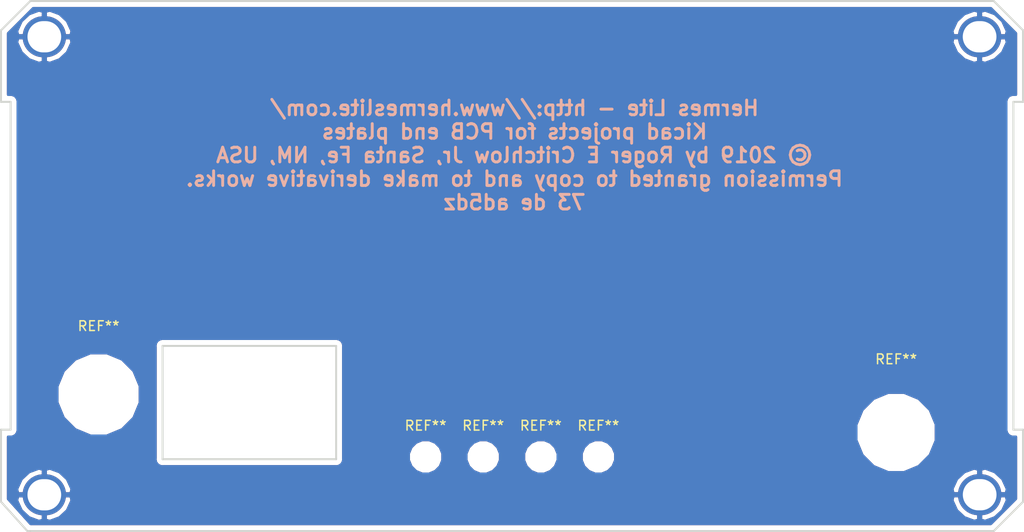
<source format=kicad_pcb>
(kicad_pcb (version 20171130) (host pcbnew 5.0.2+dfsg1-1)

  (general
    (thickness 1.6)
    (drawings 28)
    (tracks 0)
    (zones 0)
    (modules 10)
    (nets 2)
  )

  (page A4)
  (layers
    (0 F.Cu signal)
    (31 B.Cu signal)
    (32 B.Adhes user)
    (33 F.Adhes user)
    (34 B.Paste user)
    (35 F.Paste user)
    (36 B.SilkS user)
    (37 F.SilkS user)
    (38 B.Mask user)
    (39 F.Mask user)
    (40 Dwgs.User user)
    (41 Cmts.User user)
    (42 Eco1.User user)
    (43 Eco2.User user)
    (44 Edge.Cuts user)
    (45 Margin user)
    (46 B.CrtYd user)
    (47 F.CrtYd user)
    (48 B.Fab user)
    (49 F.Fab user)
  )

  (setup
    (last_trace_width 0.25)
    (trace_clearance 0.2)
    (zone_clearance 0.508)
    (zone_45_only no)
    (trace_min 0.2)
    (segment_width 0.2)
    (edge_width 0.2)
    (via_size 0.8)
    (via_drill 0.4)
    (via_min_size 0.4)
    (via_min_drill 0.3)
    (uvia_size 0.3)
    (uvia_drill 0.1)
    (uvias_allowed no)
    (uvia_min_size 0.2)
    (uvia_min_drill 0.1)
    (pcb_text_width 0.3)
    (pcb_text_size 1.5 1.5)
    (mod_edge_width 0.15)
    (mod_text_size 1 1)
    (mod_text_width 0.15)
    (pad_size 4.45 4.2)
    (pad_drill 3.45)
    (pad_to_mask_clearance 0.051)
    (solder_mask_min_width 0.25)
    (aux_axis_origin 0 0)
    (visible_elements FFFFFF7F)
    (pcbplotparams
      (layerselection 0x010fc_ffffffff)
      (usegerberextensions false)
      (usegerberattributes false)
      (usegerberadvancedattributes false)
      (creategerberjobfile false)
      (excludeedgelayer true)
      (linewidth 0.100000)
      (plotframeref false)
      (viasonmask false)
      (mode 1)
      (useauxorigin false)
      (hpglpennumber 1)
      (hpglpenspeed 20)
      (hpglpendiameter 15.000000)
      (psnegative false)
      (psa4output false)
      (plotreference true)
      (plotvalue true)
      (plotinvisibletext false)
      (padsonsilk false)
      (subtractmaskfromsilk false)
      (outputformat 1)
      (mirror false)
      (drillshape 0)
      (scaleselection 1)
      (outputdirectory "gerbers"))
  )

  (net 0 "")
  (net 1 GND)

  (net_class Default "This is the default net class."
    (clearance 0.2)
    (trace_width 0.25)
    (via_dia 0.8)
    (via_drill 0.4)
    (uvia_dia 0.3)
    (uvia_drill 0.1)
    (add_net GND)
  )

  (module MountingHole:MountingHole_2.2mm_M2 (layer F.Cu) (tedit 56D1B4CB) (tstamp 5D34EB43)
    (at 121.6 187.5)
    (descr "Mounting Hole 2.2mm, no annular, M2")
    (tags "mounting hole 2.2mm no annular m2")
    (attr virtual)
    (fp_text reference REF** (at 0 -3.2) (layer F.SilkS)
      (effects (font (size 1 1) (thickness 0.15)))
    )
    (fp_text value MountingHole_2.2mm_M2 (at 0 3.2) (layer F.Fab)
      (effects (font (size 1 1) (thickness 0.15)))
    )
    (fp_text user %R (at 0.3 0) (layer F.Fab)
      (effects (font (size 1 1) (thickness 0.15)))
    )
    (fp_circle (center 0 0) (end 2.2 0) (layer Cmts.User) (width 0.15))
    (fp_circle (center 0 0) (end 2.45 0) (layer F.CrtYd) (width 0.05))
    (pad 1 np_thru_hole circle (at 0 0) (size 2.2 2.2) (drill 2.2) (layers *.Cu *.Mask))
  )

  (module MountingHole:MountingHole_2.2mm_M2 (layer F.Cu) (tedit 56D1B4CB) (tstamp 5D34EB35)
    (at 115.7 187.5)
    (descr "Mounting Hole 2.2mm, no annular, M2")
    (tags "mounting hole 2.2mm no annular m2")
    (attr virtual)
    (fp_text reference REF** (at 0 -3.2) (layer F.SilkS)
      (effects (font (size 1 1) (thickness 0.15)))
    )
    (fp_text value MountingHole_2.2mm_M2 (at 0 3.2) (layer F.Fab)
      (effects (font (size 1 1) (thickness 0.15)))
    )
    (fp_circle (center 0 0) (end 2.45 0) (layer F.CrtYd) (width 0.05))
    (fp_circle (center 0 0) (end 2.2 0) (layer Cmts.User) (width 0.15))
    (fp_text user %R (at 0.3 0) (layer F.Fab)
      (effects (font (size 1 1) (thickness 0.15)))
    )
    (pad 1 np_thru_hole circle (at 0 0) (size 2.2 2.2) (drill 2.2) (layers *.Cu *.Mask))
  )

  (module MountingHole:MountingHole_2.2mm_M2 (layer F.Cu) (tedit 56D1B4CB) (tstamp 5D34EB27)
    (at 109.8 187.5)
    (descr "Mounting Hole 2.2mm, no annular, M2")
    (tags "mounting hole 2.2mm no annular m2")
    (attr virtual)
    (fp_text reference REF** (at 0 -3.2) (layer F.SilkS)
      (effects (font (size 1 1) (thickness 0.15)))
    )
    (fp_text value MountingHole_2.2mm_M2 (at 0 3.2) (layer F.Fab)
      (effects (font (size 1 1) (thickness 0.15)))
    )
    (fp_text user %R (at 0.3 0) (layer F.Fab)
      (effects (font (size 1 1) (thickness 0.15)))
    )
    (fp_circle (center 0 0) (end 2.2 0) (layer Cmts.User) (width 0.15))
    (fp_circle (center 0 0) (end 2.45 0) (layer F.CrtYd) (width 0.05))
    (pad 1 np_thru_hole circle (at 0 0) (size 2.2 2.2) (drill 2.2) (layers *.Cu *.Mask))
  )

  (module hl2-panel:Oval_Mounting_Hole (layer F.Cu) (tedit 5D33CC53) (tstamp 5D3E00FC)
    (at 64.837664 144.461404)
    (path /5D313F4C)
    (fp_text reference H1 (at 0 0.5) (layer F.SilkS)
      (effects (font (size 1 1) (thickness 0.15)))
    )
    (fp_text value MountingHole_Pad (at 0 -0.5) (layer F.Fab) hide
      (effects (font (size 1 1) (thickness 0.15)))
    )
    (pad 1 thru_hole oval (at 0 0) (size 4.45 4.2) (drill oval 3.45 3.2) (layers *.Cu *.Mask)
      (net 1 GND))
  )

  (module hl2-panel:Oval_Mounting_Hole (layer F.Cu) (tedit 5D34EC48) (tstamp 5D3E0108)
    (at 64.835847 191.382711)
    (path /5D313FA0)
    (fp_text reference H4 (at 0 0.5) (layer F.SilkS)
      (effects (font (size 1 1) (thickness 0.15)))
    )
    (fp_text value MountingHole_Pad (at 0 -0.5) (layer F.Fab) hide
      (effects (font (size 1 1) (thickness 0.15)))
    )
    (pad 1 thru_hole oval (at 0 0) (size 4.45 4.2) (drill oval 3.45 3.2) (layers *.Cu *.Mask)
      (net 1 GND))
  )

  (module hl2-panel:Oval_Mounting_Hole (layer F.Cu) (tedit 5D33CC53) (tstamp 5D3E0104)
    (at 160.655625 191.376298)
    (path /5D313F82)
    (fp_text reference H3 (at 0 0.5) (layer F.SilkS)
      (effects (font (size 1 1) (thickness 0.15)))
    )
    (fp_text value MountingHole_Pad (at 0 -0.5) (layer F.Fab) hide
      (effects (font (size 1 1) (thickness 0.15)))
    )
    (pad 1 thru_hole oval (at 0 0) (size 4.45 4.2) (drill oval 3.45 3.2) (layers *.Cu *.Mask)
      (net 1 GND))
  )

  (module hl2-panel:Oval_Mounting_Hole (layer F.Cu) (tedit 5D33CC53) (tstamp 5D3E0100)
    (at 160.649213 144.459694)
    (path /5D313F66)
    (fp_text reference H2 (at 0 0.5) (layer F.SilkS)
      (effects (font (size 1 1) (thickness 0.15)))
    )
    (fp_text value MountingHole_Pad (at 0 -0.5) (layer F.Fab) hide
      (effects (font (size 1 1) (thickness 0.15)))
    )
    (pad 1 thru_hole oval (at 0 0) (size 4.45 4.2) (drill oval 3.45 3.2) (layers *.Cu *.Mask)
      (net 1 GND))
  )

  (module MountingHole:MountingHole_6mm (layer F.Cu) (tedit 5D34E6FB) (tstamp 5D34EA69)
    (at 70.4 181.1)
    (descr "Mounting Hole 6mm, no annular")
    (tags "mounting hole 6mm no annular")
    (attr virtual)
    (fp_text reference REF** (at 0 -7) (layer F.SilkS)
      (effects (font (size 1 1) (thickness 0.15)))
    )
    (fp_text value MountingHole_6mm (at 0 7) (layer F.Fab)
      (effects (font (size 1 1) (thickness 0.15)))
    )
    (fp_circle (center 0 0) (end 6.25 0) (layer F.CrtYd) (width 0.05))
    (fp_circle (center 0 0) (end 6 0) (layer Cmts.User) (width 0.15))
    (fp_text user %R (at 0.3 0) (layer F.Fab)
      (effects (font (size 1 1) (thickness 0.15)))
    )
    (pad "" np_thru_hole circle (at 0 0) (size 7.2 7.2) (drill 7.2) (layers *.Cu *.Mask))
  )

  (module MountingHole:MountingHole_2.2mm_M2 (layer F.Cu) (tedit 56D1B4CB) (tstamp 5D34EAB0)
    (at 103.9 187.5)
    (descr "Mounting Hole 2.2mm, no annular, M2")
    (tags "mounting hole 2.2mm no annular m2")
    (attr virtual)
    (fp_text reference REF** (at 0 -3.2) (layer F.SilkS)
      (effects (font (size 1 1) (thickness 0.15)))
    )
    (fp_text value MountingHole_2.2mm_M2 (at 0 3.2) (layer F.Fab)
      (effects (font (size 1 1) (thickness 0.15)))
    )
    (fp_circle (center 0 0) (end 2.45 0) (layer F.CrtYd) (width 0.05))
    (fp_circle (center 0 0) (end 2.2 0) (layer Cmts.User) (width 0.15))
    (fp_text user %R (at 0.3 0) (layer F.Fab)
      (effects (font (size 1 1) (thickness 0.15)))
    )
    (pad 1 np_thru_hole circle (at 0 0) (size 2.2 2.2) (drill 2.2) (layers *.Cu *.Mask))
  )

  (module MountingHole:MountingHole_6.5mm (layer F.Cu) (tedit 5D34E9C2) (tstamp 5D34EB8E)
    (at 152.1 185)
    (descr "Mounting Hole 6.5mm, no annular")
    (tags "mounting hole 6.5mm no annular")
    (attr virtual)
    (fp_text reference REF** (at 0 -7.5) (layer F.SilkS)
      (effects (font (size 1 1) (thickness 0.15)))
    )
    (fp_text value MountingHole_6.5mm (at 0 7.5) (layer F.Fab)
      (effects (font (size 1 1) (thickness 0.15)))
    )
    (fp_circle (center 0 0) (end 6.75 0) (layer F.CrtYd) (width 0.05))
    (fp_circle (center 0 0) (end 6.5 0) (layer Cmts.User) (width 0.15))
    (fp_text user %R (at 0.3 0) (layer F.Fab)
      (effects (font (size 1 1) (thickness 0.15)))
    )
    (pad "" np_thru_hole circle (at 0 0) (size 6.9 6.9) (drill 6.9) (layers *.Cu *.Mask))
  )

  (gr_text "Hermes Lite - http://www.hermeslite.com/\nKicad projects for PCB end plates\n© 2019 by Roger E Critchlow Jr, Santa Fe, NM, USA\nPermission granted to copy and to make derivative works.\n73 de ad5dz" (at 113 156.6) (layer B.SilkS)
    (effects (font (size 1.5 1.5) (thickness 0.3)) (justify mirror))
  )
  (gr_line (start 116.710388 187.468348) (end 116.710388 187.468348) (layer Dwgs.User) (width 0.2))
  (gr_line (start 116.710388 187.468348) (end 116.710388 187.468348) (layer Dwgs.User) (width 0.2))
  (gr_line (start 76.952334 187.739969) (end 76.952334 187.739969) (layer Dwgs.User) (width 0.2))
  (gr_line (start 94.732331 187.739969) (end 76.952334 187.739969) (layer Edge.Cuts) (width 0.2))
  (gr_line (start 94.732331 176.133591) (end 94.732331 187.739969) (layer Edge.Cuts) (width 0.2))
  (gr_line (start 76.952334 176.133591) (end 94.732331 176.133591) (layer Edge.Cuts) (width 0.2))
  (gr_line (start 76.952334 187.739969) (end 76.952334 176.133591) (layer Edge.Cuts) (width 0.2))
  (gr_line (start 60.407054 140.795841) (end 60.407054 140.795841) (layer Dwgs.User) (width 0.2))
  (gr_line (start 63.4 195.1) (end 63.1 195.1) (layer Edge.Cuts) (width 0.2))
  (gr_line (start 60.4 192.1) (end 63.1 195.1) (layer Edge.Cuts) (width 0.2))
  (gr_line (start 63.4 195.1) (end 162.1 195.1) (layer Edge.Cuts) (width 0.2) (tstamp 5D34D9BA))
  (gr_line (start 162.1 195.1) (end 165.1 192.1) (layer Edge.Cuts) (width 0.2))
  (gr_line (start 165.1 192.1) (end 165.1 184.714296) (layer Edge.Cuts) (width 0.2) (tstamp 5D34D91B))
  (gr_line (start 162.1 140.8) (end 165.1 143.8) (layer Edge.Cuts) (width 0.2))
  (gr_line (start 162.1 140.8) (end 63.6 140.8) (layer Edge.Cuts) (width 0.2) (tstamp 5D34D7BC))
  (gr_line (start 165.1 143.8) (end 165.1 143.8) (layer Edge.Cuts) (width 0.2) (tstamp 5D34D7A7))
  (gr_line (start 63.6 140.8) (end 63.4 140.8) (layer Edge.Cuts) (width 0.2))
  (gr_line (start 60.4 143.8) (end 63.4 140.8) (layer Edge.Cuts) (width 0.2))
  (gr_line (start 60.395554 143.8) (end 60.395554 151.13) (layer Edge.Cuts) (width 0.2) (tstamp 5D34D5E8))
  (gr_line (start 60.395554 184.714296) (end 60.395554 192.1) (layer Edge.Cuts) (width 0.2))
  (gr_line (start 61.383334 184.71438) (end 60.395554 184.714296) (layer Edge.Cuts) (width 0.2))
  (gr_line (start 61.383334 151.12992) (end 61.383334 184.71438) (layer Edge.Cuts) (width 0.2))
  (gr_line (start 60.395554 151.13) (end 61.383334 151.12992) (layer Edge.Cuts) (width 0.2))
  (gr_line (start 164.11222 151.12992) (end 165.1 151.13) (layer Edge.Cuts) (width 0.2))
  (gr_line (start 164.11222 184.71438) (end 164.11222 151.12992) (layer Edge.Cuts) (width 0.2))
  (gr_line (start 165.1 184.714296) (end 164.11222 184.71438) (layer Edge.Cuts) (width 0.2))
  (gr_line (start 165.1 151.13) (end 165.1 143.8) (layer Edge.Cuts) (width 0.2))

  (zone (net 1) (net_name GND) (layer F.Cu) (tstamp 5D370E8C) (hatch edge 0.508)
    (connect_pads (clearance 0.508))
    (min_thickness 0.254)
    (fill yes (arc_segments 16) (thermal_gap 0.508) (thermal_bridge_width 0.508))
    (polygon
      (pts
        (xy 63.7 141.2) (xy 162 141.1) (xy 164.8 143.9) (xy 164.8 150.8) (xy 163.8 150.8)
        (xy 163.8 185) (xy 164.8 185) (xy 164.8 192) (xy 162 194.8) (xy 63.2 194.8)
        (xy 60.7 192) (xy 60.7 185) (xy 61.7 185) (xy 61.7 150.8) (xy 60.7 150.8)
        (xy 60.7 143.9) (xy 63.4 141.2)
      )
    )
    (polygon
      (pts
        (xy 76.7 175.9) (xy 95 175.9) (xy 95 188) (xy 76.7 188)
      )
    )
    (filled_polygon
      (pts
        (xy 164.365001 144.104448) (xy 164.365 150.394941) (xy 164.184642 150.394927) (xy 164.11222 150.380521) (xy 163.960774 150.410646)
        (xy 163.825494 150.437543) (xy 163.825469 150.43756) (xy 163.825438 150.437566) (xy 163.701861 150.520137) (xy 163.582358 150.599973)
        (xy 163.582341 150.599998) (xy 163.582316 150.600015) (xy 163.502504 150.719463) (xy 163.41989 150.843081) (xy 163.419884 150.843112)
        (xy 163.419867 150.843137) (xy 163.391528 150.985607) (xy 163.362822 151.12986) (xy 163.377221 151.202279) (xy 163.37722 184.642027)
        (xy 163.362822 184.714443) (xy 163.38969 184.849457) (xy 163.419866 185.001162) (xy 163.419885 185.00119) (xy 163.419891 185.001221)
        (xy 163.497086 185.11673) (xy 163.582315 185.244285) (xy 163.582344 185.244304) (xy 163.582361 185.24433) (xy 163.699183 185.322374)
        (xy 163.825437 185.406734) (xy 163.82547 185.406741) (xy 163.825496 185.406758) (xy 163.965004 185.434496) (xy 164.11222 185.463779)
        (xy 164.18464 185.449374) (xy 164.365001 185.449358) (xy 164.365 191.795553) (xy 161.795554 194.365) (xy 63.427342 194.365)
        (xy 61.240822 191.935534) (xy 62.0323 191.935534) (xy 62.050994 192.019229) (xy 62.497048 192.988659) (xy 63.280133 193.713598)
        (xy 64.281031 194.08368) (xy 64.708847 193.958915) (xy 64.708847 191.509711) (xy 64.962847 191.509711) (xy 64.962847 193.958915)
        (xy 65.390663 194.08368) (xy 66.391561 193.713598) (xy 67.174646 192.988659) (xy 67.6207 192.019229) (xy 67.639394 191.935534)
        (xy 67.637807 191.929121) (xy 157.852078 191.929121) (xy 157.870772 192.012816) (xy 158.316826 192.982246) (xy 159.099911 193.707185)
        (xy 160.100809 194.077267) (xy 160.528625 193.952502) (xy 160.528625 191.503298) (xy 160.782625 191.503298) (xy 160.782625 193.952502)
        (xy 161.210441 194.077267) (xy 162.211339 193.707185) (xy 162.994424 192.982246) (xy 163.440478 192.012816) (xy 163.459172 191.929121)
        (xy 163.353743 191.503298) (xy 160.782625 191.503298) (xy 160.528625 191.503298) (xy 157.957507 191.503298) (xy 157.852078 191.929121)
        (xy 67.637807 191.929121) (xy 67.533965 191.509711) (xy 64.962847 191.509711) (xy 64.708847 191.509711) (xy 62.137729 191.509711)
        (xy 62.0323 191.935534) (xy 61.240822 191.935534) (xy 61.130554 191.813015) (xy 61.130554 190.829888) (xy 62.0323 190.829888)
        (xy 62.137729 191.255711) (xy 64.708847 191.255711) (xy 64.708847 188.806507) (xy 64.962847 188.806507) (xy 64.962847 191.255711)
        (xy 67.533965 191.255711) (xy 67.639394 190.829888) (xy 67.637962 190.823475) (xy 157.852078 190.823475) (xy 157.957507 191.249298)
        (xy 160.528625 191.249298) (xy 160.528625 188.800094) (xy 160.782625 188.800094) (xy 160.782625 191.249298) (xy 163.353743 191.249298)
        (xy 163.459172 190.823475) (xy 163.440478 190.73978) (xy 162.994424 189.77035) (xy 162.211339 189.045411) (xy 161.210441 188.675329)
        (xy 160.782625 188.800094) (xy 160.528625 188.800094) (xy 160.100809 188.675329) (xy 159.099911 189.045411) (xy 158.316826 189.77035)
        (xy 157.870772 190.73978) (xy 157.852078 190.823475) (xy 67.637962 190.823475) (xy 67.6207 190.746193) (xy 67.174646 189.776763)
        (xy 66.391561 189.051824) (xy 65.390663 188.681742) (xy 64.962847 188.806507) (xy 64.708847 188.806507) (xy 64.281031 188.681742)
        (xy 63.280133 189.051824) (xy 62.497048 189.776763) (xy 62.050994 190.746193) (xy 62.0323 190.829888) (xy 61.130554 190.829888)
        (xy 61.130554 185.449358) (xy 61.310914 185.449374) (xy 61.383334 185.463779) (xy 61.53055 185.434496) (xy 61.670058 185.406758)
        (xy 61.670084 185.406741) (xy 61.670117 185.406734) (xy 61.796371 185.322374) (xy 61.913193 185.24433) (xy 61.91321 185.244304)
        (xy 61.913239 185.244285) (xy 62.000387 185.113859) (xy 62.075663 185.001221) (xy 62.075669 185.001192) (xy 62.075688 185.001163)
        (xy 62.106317 184.847181) (xy 62.132732 184.714443) (xy 62.118334 184.642027) (xy 62.118334 180.257606) (xy 66.165 180.257606)
        (xy 66.165 181.942394) (xy 66.80974 183.498935) (xy 68.001065 184.69026) (xy 69.557606 185.335) (xy 71.242394 185.335)
        (xy 72.798935 184.69026) (xy 73.99026 183.498935) (xy 74.635 181.942394) (xy 74.635 180.257606) (xy 73.99026 178.701065)
        (xy 72.798935 177.50974) (xy 71.242394 176.865) (xy 69.557606 176.865) (xy 68.001065 177.50974) (xy 66.80974 178.701065)
        (xy 66.165 180.257606) (xy 62.118334 180.257606) (xy 62.118334 176.133591) (xy 76.202935 176.133591) (xy 76.217335 176.205984)
        (xy 76.217334 187.667581) (xy 76.202935 187.739969) (xy 76.25998 188.026752) (xy 76.422429 188.269874) (xy 76.665551 188.432323)
        (xy 76.952334 188.489368) (xy 77.024722 188.474969) (xy 94.659943 188.474969) (xy 94.732331 188.489368) (xy 94.804719 188.474969)
        (xy 94.864409 188.463096) (xy 95.019114 188.432323) (xy 95.262236 188.269874) (xy 95.424685 188.026752) (xy 95.467331 187.812357)
        (xy 95.467331 187.812356) (xy 95.48173 187.739969) (xy 95.467331 187.667581) (xy 95.467331 187.154887) (xy 102.165 187.154887)
        (xy 102.165 187.845113) (xy 102.429138 188.482799) (xy 102.917201 188.970862) (xy 103.554887 189.235) (xy 104.245113 189.235)
        (xy 104.882799 188.970862) (xy 105.370862 188.482799) (xy 105.635 187.845113) (xy 105.635 187.154887) (xy 108.065 187.154887)
        (xy 108.065 187.845113) (xy 108.329138 188.482799) (xy 108.817201 188.970862) (xy 109.454887 189.235) (xy 110.145113 189.235)
        (xy 110.782799 188.970862) (xy 111.270862 188.482799) (xy 111.535 187.845113) (xy 111.535 187.154887) (xy 113.965 187.154887)
        (xy 113.965 187.845113) (xy 114.229138 188.482799) (xy 114.717201 188.970862) (xy 115.354887 189.235) (xy 116.045113 189.235)
        (xy 116.682799 188.970862) (xy 117.170862 188.482799) (xy 117.435 187.845113) (xy 117.435 187.154887) (xy 119.865 187.154887)
        (xy 119.865 187.845113) (xy 120.129138 188.482799) (xy 120.617201 188.970862) (xy 121.254887 189.235) (xy 121.945113 189.235)
        (xy 122.582799 188.970862) (xy 123.070862 188.482799) (xy 123.335 187.845113) (xy 123.335 187.154887) (xy 123.070862 186.517201)
        (xy 122.582799 186.029138) (xy 121.945113 185.765) (xy 121.254887 185.765) (xy 120.617201 186.029138) (xy 120.129138 186.517201)
        (xy 119.865 187.154887) (xy 117.435 187.154887) (xy 117.170862 186.517201) (xy 116.682799 186.029138) (xy 116.045113 185.765)
        (xy 115.354887 185.765) (xy 114.717201 186.029138) (xy 114.229138 186.517201) (xy 113.965 187.154887) (xy 111.535 187.154887)
        (xy 111.270862 186.517201) (xy 110.782799 186.029138) (xy 110.145113 185.765) (xy 109.454887 185.765) (xy 108.817201 186.029138)
        (xy 108.329138 186.517201) (xy 108.065 187.154887) (xy 105.635 187.154887) (xy 105.370862 186.517201) (xy 104.882799 186.029138)
        (xy 104.245113 185.765) (xy 103.554887 185.765) (xy 102.917201 186.029138) (xy 102.429138 186.517201) (xy 102.165 187.154887)
        (xy 95.467331 187.154887) (xy 95.467331 184.187443) (xy 148.015 184.187443) (xy 148.015 185.812557) (xy 148.636904 187.313967)
        (xy 149.786033 188.463096) (xy 151.287443 189.085) (xy 152.912557 189.085) (xy 154.413967 188.463096) (xy 155.563096 187.313967)
        (xy 156.185 185.812557) (xy 156.185 184.187443) (xy 155.563096 182.686033) (xy 154.413967 181.536904) (xy 152.912557 180.915)
        (xy 151.287443 180.915) (xy 149.786033 181.536904) (xy 148.636904 182.686033) (xy 148.015 184.187443) (xy 95.467331 184.187443)
        (xy 95.467331 176.205979) (xy 95.48173 176.133591) (xy 95.424685 175.846808) (xy 95.262236 175.603686) (xy 95.019114 175.441237)
        (xy 94.804719 175.398591) (xy 94.732331 175.384192) (xy 94.659943 175.398591) (xy 77.024722 175.398591) (xy 76.952334 175.384192)
        (xy 76.879946 175.398591) (xy 76.665551 175.441237) (xy 76.422429 175.603686) (xy 76.25998 175.846808) (xy 76.202935 176.133591)
        (xy 62.118334 176.133591) (xy 62.118334 151.202274) (xy 62.132732 151.12986) (xy 62.106417 150.997624) (xy 62.075688 150.843137)
        (xy 62.07567 150.84311) (xy 62.075664 150.843081) (xy 61.99878 150.728037) (xy 61.913239 150.600015) (xy 61.913212 150.599997)
        (xy 61.913196 150.599973) (xy 61.796675 150.52213) (xy 61.670116 150.437566) (xy 61.670085 150.43756) (xy 61.67006 150.437543)
        (xy 61.53478 150.410646) (xy 61.383334 150.380521) (xy 61.310912 150.394927) (xy 61.130554 150.394941) (xy 61.130554 145.014227)
        (xy 62.034117 145.014227) (xy 62.052811 145.097922) (xy 62.498865 146.067352) (xy 63.28195 146.792291) (xy 64.282848 147.162373)
        (xy 64.710664 147.037608) (xy 64.710664 144.588404) (xy 64.964664 144.588404) (xy 64.964664 147.037608) (xy 65.39248 147.162373)
        (xy 66.393378 146.792291) (xy 67.176463 146.067352) (xy 67.622517 145.097922) (xy 67.641211 145.014227) (xy 67.640788 145.012517)
        (xy 157.845666 145.012517) (xy 157.86436 145.096212) (xy 158.310414 146.065642) (xy 159.093499 146.790581) (xy 160.094397 147.160663)
        (xy 160.522213 147.035898) (xy 160.522213 144.586694) (xy 160.776213 144.586694) (xy 160.776213 147.035898) (xy 161.204029 147.160663)
        (xy 162.204927 146.790581) (xy 162.988012 146.065642) (xy 163.434066 145.096212) (xy 163.45276 145.012517) (xy 163.347331 144.586694)
        (xy 160.776213 144.586694) (xy 160.522213 144.586694) (xy 157.951095 144.586694) (xy 157.845666 145.012517) (xy 67.640788 145.012517)
        (xy 67.535782 144.588404) (xy 64.964664 144.588404) (xy 64.710664 144.588404) (xy 62.139546 144.588404) (xy 62.034117 145.014227)
        (xy 61.130554 145.014227) (xy 61.130554 144.108892) (xy 61.330865 143.908581) (xy 62.034117 143.908581) (xy 62.139546 144.334404)
        (xy 64.710664 144.334404) (xy 64.710664 141.8852) (xy 64.964664 141.8852) (xy 64.964664 144.334404) (xy 67.535782 144.334404)
        (xy 67.641211 143.908581) (xy 67.64083 143.906871) (xy 157.845666 143.906871) (xy 157.951095 144.332694) (xy 160.522213 144.332694)
        (xy 160.522213 141.88349) (xy 160.776213 141.88349) (xy 160.776213 144.332694) (xy 163.347331 144.332694) (xy 163.45276 143.906871)
        (xy 163.434066 143.823176) (xy 162.988012 142.853746) (xy 162.204927 142.128807) (xy 161.204029 141.758725) (xy 160.776213 141.88349)
        (xy 160.522213 141.88349) (xy 160.094397 141.758725) (xy 159.093499 142.128807) (xy 158.310414 142.853746) (xy 157.86436 143.823176)
        (xy 157.845666 143.906871) (xy 67.64083 143.906871) (xy 67.622517 143.824886) (xy 67.176463 142.855456) (xy 66.393378 142.130517)
        (xy 65.39248 141.760435) (xy 64.964664 141.8852) (xy 64.710664 141.8852) (xy 64.282848 141.760435) (xy 63.28195 142.130517)
        (xy 62.498865 142.855456) (xy 62.052811 143.824886) (xy 62.034117 143.908581) (xy 61.330865 143.908581) (xy 63.704447 141.535)
        (xy 161.795554 141.535)
      )
    )
  )
  (zone (net 1) (net_name GND) (layer B.Cu) (tstamp 5D370E89) (hatch edge 0.508)
    (connect_pads (clearance 0.508))
    (min_thickness 0.254)
    (fill yes (arc_segments 16) (thermal_gap 0.508) (thermal_bridge_width 0.508))
    (polygon
      (pts
        (xy 63.7 141.2) (xy 162 141.1) (xy 164.8 143.9) (xy 164.8 150.8) (xy 163.8 150.8)
        (xy 163.8 185) (xy 164.8 185) (xy 164.8 192) (xy 162 194.8) (xy 63.2 194.8)
        (xy 60.7 192) (xy 60.7 185) (xy 61.7 185) (xy 61.7 150.8) (xy 60.7 150.8)
        (xy 60.7 143.9) (xy 63.4 141.2)
      )
    )
    (polygon
      (pts
        (xy 76.7 175.9) (xy 95 175.9) (xy 95 188) (xy 76.7 188)
      )
    )
    (filled_polygon
      (pts
        (xy 164.365001 144.104448) (xy 164.365 150.394941) (xy 164.184642 150.394927) (xy 164.11222 150.380521) (xy 163.960774 150.410646)
        (xy 163.825494 150.437543) (xy 163.825469 150.43756) (xy 163.825438 150.437566) (xy 163.701861 150.520137) (xy 163.582358 150.599973)
        (xy 163.582341 150.599998) (xy 163.582316 150.600015) (xy 163.502504 150.719463) (xy 163.41989 150.843081) (xy 163.419884 150.843112)
        (xy 163.419867 150.843137) (xy 163.391528 150.985607) (xy 163.362822 151.12986) (xy 163.377221 151.202279) (xy 163.37722 184.642027)
        (xy 163.362822 184.714443) (xy 163.38969 184.849457) (xy 163.419866 185.001162) (xy 163.419885 185.00119) (xy 163.419891 185.001221)
        (xy 163.497086 185.11673) (xy 163.582315 185.244285) (xy 163.582344 185.244304) (xy 163.582361 185.24433) (xy 163.699183 185.322374)
        (xy 163.825437 185.406734) (xy 163.82547 185.406741) (xy 163.825496 185.406758) (xy 163.965004 185.434496) (xy 164.11222 185.463779)
        (xy 164.18464 185.449374) (xy 164.365001 185.449358) (xy 164.365 191.795553) (xy 161.795554 194.365) (xy 63.427342 194.365)
        (xy 61.240822 191.935534) (xy 62.0323 191.935534) (xy 62.050994 192.019229) (xy 62.497048 192.988659) (xy 63.280133 193.713598)
        (xy 64.281031 194.08368) (xy 64.708847 193.958915) (xy 64.708847 191.509711) (xy 64.962847 191.509711) (xy 64.962847 193.958915)
        (xy 65.390663 194.08368) (xy 66.391561 193.713598) (xy 67.174646 192.988659) (xy 67.6207 192.019229) (xy 67.639394 191.935534)
        (xy 67.637807 191.929121) (xy 157.852078 191.929121) (xy 157.870772 192.012816) (xy 158.316826 192.982246) (xy 159.099911 193.707185)
        (xy 160.100809 194.077267) (xy 160.528625 193.952502) (xy 160.528625 191.503298) (xy 160.782625 191.503298) (xy 160.782625 193.952502)
        (xy 161.210441 194.077267) (xy 162.211339 193.707185) (xy 162.994424 192.982246) (xy 163.440478 192.012816) (xy 163.459172 191.929121)
        (xy 163.353743 191.503298) (xy 160.782625 191.503298) (xy 160.528625 191.503298) (xy 157.957507 191.503298) (xy 157.852078 191.929121)
        (xy 67.637807 191.929121) (xy 67.533965 191.509711) (xy 64.962847 191.509711) (xy 64.708847 191.509711) (xy 62.137729 191.509711)
        (xy 62.0323 191.935534) (xy 61.240822 191.935534) (xy 61.130554 191.813015) (xy 61.130554 190.829888) (xy 62.0323 190.829888)
        (xy 62.137729 191.255711) (xy 64.708847 191.255711) (xy 64.708847 188.806507) (xy 64.962847 188.806507) (xy 64.962847 191.255711)
        (xy 67.533965 191.255711) (xy 67.639394 190.829888) (xy 67.637962 190.823475) (xy 157.852078 190.823475) (xy 157.957507 191.249298)
        (xy 160.528625 191.249298) (xy 160.528625 188.800094) (xy 160.782625 188.800094) (xy 160.782625 191.249298) (xy 163.353743 191.249298)
        (xy 163.459172 190.823475) (xy 163.440478 190.73978) (xy 162.994424 189.77035) (xy 162.211339 189.045411) (xy 161.210441 188.675329)
        (xy 160.782625 188.800094) (xy 160.528625 188.800094) (xy 160.100809 188.675329) (xy 159.099911 189.045411) (xy 158.316826 189.77035)
        (xy 157.870772 190.73978) (xy 157.852078 190.823475) (xy 67.637962 190.823475) (xy 67.6207 190.746193) (xy 67.174646 189.776763)
        (xy 66.391561 189.051824) (xy 65.390663 188.681742) (xy 64.962847 188.806507) (xy 64.708847 188.806507) (xy 64.281031 188.681742)
        (xy 63.280133 189.051824) (xy 62.497048 189.776763) (xy 62.050994 190.746193) (xy 62.0323 190.829888) (xy 61.130554 190.829888)
        (xy 61.130554 185.449358) (xy 61.310914 185.449374) (xy 61.383334 185.463779) (xy 61.53055 185.434496) (xy 61.670058 185.406758)
        (xy 61.670084 185.406741) (xy 61.670117 185.406734) (xy 61.796371 185.322374) (xy 61.913193 185.24433) (xy 61.91321 185.244304)
        (xy 61.913239 185.244285) (xy 62.000387 185.113859) (xy 62.075663 185.001221) (xy 62.075669 185.001192) (xy 62.075688 185.001163)
        (xy 62.106317 184.847181) (xy 62.132732 184.714443) (xy 62.118334 184.642027) (xy 62.118334 180.257606) (xy 66.165 180.257606)
        (xy 66.165 181.942394) (xy 66.80974 183.498935) (xy 68.001065 184.69026) (xy 69.557606 185.335) (xy 71.242394 185.335)
        (xy 72.798935 184.69026) (xy 73.99026 183.498935) (xy 74.635 181.942394) (xy 74.635 180.257606) (xy 73.99026 178.701065)
        (xy 72.798935 177.50974) (xy 71.242394 176.865) (xy 69.557606 176.865) (xy 68.001065 177.50974) (xy 66.80974 178.701065)
        (xy 66.165 180.257606) (xy 62.118334 180.257606) (xy 62.118334 176.133591) (xy 76.202935 176.133591) (xy 76.217335 176.205984)
        (xy 76.217334 187.667581) (xy 76.202935 187.739969) (xy 76.25998 188.026752) (xy 76.422429 188.269874) (xy 76.665551 188.432323)
        (xy 76.952334 188.489368) (xy 77.024722 188.474969) (xy 94.659943 188.474969) (xy 94.732331 188.489368) (xy 94.804719 188.474969)
        (xy 94.864409 188.463096) (xy 95.019114 188.432323) (xy 95.262236 188.269874) (xy 95.424685 188.026752) (xy 95.467331 187.812357)
        (xy 95.467331 187.812356) (xy 95.48173 187.739969) (xy 95.467331 187.667581) (xy 95.467331 187.154887) (xy 102.165 187.154887)
        (xy 102.165 187.845113) (xy 102.429138 188.482799) (xy 102.917201 188.970862) (xy 103.554887 189.235) (xy 104.245113 189.235)
        (xy 104.882799 188.970862) (xy 105.370862 188.482799) (xy 105.635 187.845113) (xy 105.635 187.154887) (xy 108.065 187.154887)
        (xy 108.065 187.845113) (xy 108.329138 188.482799) (xy 108.817201 188.970862) (xy 109.454887 189.235) (xy 110.145113 189.235)
        (xy 110.782799 188.970862) (xy 111.270862 188.482799) (xy 111.535 187.845113) (xy 111.535 187.154887) (xy 113.965 187.154887)
        (xy 113.965 187.845113) (xy 114.229138 188.482799) (xy 114.717201 188.970862) (xy 115.354887 189.235) (xy 116.045113 189.235)
        (xy 116.682799 188.970862) (xy 117.170862 188.482799) (xy 117.435 187.845113) (xy 117.435 187.154887) (xy 119.865 187.154887)
        (xy 119.865 187.845113) (xy 120.129138 188.482799) (xy 120.617201 188.970862) (xy 121.254887 189.235) (xy 121.945113 189.235)
        (xy 122.582799 188.970862) (xy 123.070862 188.482799) (xy 123.335 187.845113) (xy 123.335 187.154887) (xy 123.070862 186.517201)
        (xy 122.582799 186.029138) (xy 121.945113 185.765) (xy 121.254887 185.765) (xy 120.617201 186.029138) (xy 120.129138 186.517201)
        (xy 119.865 187.154887) (xy 117.435 187.154887) (xy 117.170862 186.517201) (xy 116.682799 186.029138) (xy 116.045113 185.765)
        (xy 115.354887 185.765) (xy 114.717201 186.029138) (xy 114.229138 186.517201) (xy 113.965 187.154887) (xy 111.535 187.154887)
        (xy 111.270862 186.517201) (xy 110.782799 186.029138) (xy 110.145113 185.765) (xy 109.454887 185.765) (xy 108.817201 186.029138)
        (xy 108.329138 186.517201) (xy 108.065 187.154887) (xy 105.635 187.154887) (xy 105.370862 186.517201) (xy 104.882799 186.029138)
        (xy 104.245113 185.765) (xy 103.554887 185.765) (xy 102.917201 186.029138) (xy 102.429138 186.517201) (xy 102.165 187.154887)
        (xy 95.467331 187.154887) (xy 95.467331 184.187443) (xy 148.015 184.187443) (xy 148.015 185.812557) (xy 148.636904 187.313967)
        (xy 149.786033 188.463096) (xy 151.287443 189.085) (xy 152.912557 189.085) (xy 154.413967 188.463096) (xy 155.563096 187.313967)
        (xy 156.185 185.812557) (xy 156.185 184.187443) (xy 155.563096 182.686033) (xy 154.413967 181.536904) (xy 152.912557 180.915)
        (xy 151.287443 180.915) (xy 149.786033 181.536904) (xy 148.636904 182.686033) (xy 148.015 184.187443) (xy 95.467331 184.187443)
        (xy 95.467331 176.205979) (xy 95.48173 176.133591) (xy 95.424685 175.846808) (xy 95.262236 175.603686) (xy 95.019114 175.441237)
        (xy 94.804719 175.398591) (xy 94.732331 175.384192) (xy 94.659943 175.398591) (xy 77.024722 175.398591) (xy 76.952334 175.384192)
        (xy 76.879946 175.398591) (xy 76.665551 175.441237) (xy 76.422429 175.603686) (xy 76.25998 175.846808) (xy 76.202935 176.133591)
        (xy 62.118334 176.133591) (xy 62.118334 151.202274) (xy 62.132732 151.12986) (xy 62.106417 150.997624) (xy 62.075688 150.843137)
        (xy 62.07567 150.84311) (xy 62.075664 150.843081) (xy 61.99878 150.728037) (xy 61.913239 150.600015) (xy 61.913212 150.599997)
        (xy 61.913196 150.599973) (xy 61.796675 150.52213) (xy 61.670116 150.437566) (xy 61.670085 150.43756) (xy 61.67006 150.437543)
        (xy 61.53478 150.410646) (xy 61.383334 150.380521) (xy 61.310912 150.394927) (xy 61.130554 150.394941) (xy 61.130554 145.014227)
        (xy 62.034117 145.014227) (xy 62.052811 145.097922) (xy 62.498865 146.067352) (xy 63.28195 146.792291) (xy 64.282848 147.162373)
        (xy 64.710664 147.037608) (xy 64.710664 144.588404) (xy 64.964664 144.588404) (xy 64.964664 147.037608) (xy 65.39248 147.162373)
        (xy 66.393378 146.792291) (xy 67.176463 146.067352) (xy 67.622517 145.097922) (xy 67.641211 145.014227) (xy 67.640788 145.012517)
        (xy 157.845666 145.012517) (xy 157.86436 145.096212) (xy 158.310414 146.065642) (xy 159.093499 146.790581) (xy 160.094397 147.160663)
        (xy 160.522213 147.035898) (xy 160.522213 144.586694) (xy 160.776213 144.586694) (xy 160.776213 147.035898) (xy 161.204029 147.160663)
        (xy 162.204927 146.790581) (xy 162.988012 146.065642) (xy 163.434066 145.096212) (xy 163.45276 145.012517) (xy 163.347331 144.586694)
        (xy 160.776213 144.586694) (xy 160.522213 144.586694) (xy 157.951095 144.586694) (xy 157.845666 145.012517) (xy 67.640788 145.012517)
        (xy 67.535782 144.588404) (xy 64.964664 144.588404) (xy 64.710664 144.588404) (xy 62.139546 144.588404) (xy 62.034117 145.014227)
        (xy 61.130554 145.014227) (xy 61.130554 144.108892) (xy 61.330865 143.908581) (xy 62.034117 143.908581) (xy 62.139546 144.334404)
        (xy 64.710664 144.334404) (xy 64.710664 141.8852) (xy 64.964664 141.8852) (xy 64.964664 144.334404) (xy 67.535782 144.334404)
        (xy 67.641211 143.908581) (xy 67.64083 143.906871) (xy 157.845666 143.906871) (xy 157.951095 144.332694) (xy 160.522213 144.332694)
        (xy 160.522213 141.88349) (xy 160.776213 141.88349) (xy 160.776213 144.332694) (xy 163.347331 144.332694) (xy 163.45276 143.906871)
        (xy 163.434066 143.823176) (xy 162.988012 142.853746) (xy 162.204927 142.128807) (xy 161.204029 141.758725) (xy 160.776213 141.88349)
        (xy 160.522213 141.88349) (xy 160.094397 141.758725) (xy 159.093499 142.128807) (xy 158.310414 142.853746) (xy 157.86436 143.823176)
        (xy 157.845666 143.906871) (xy 67.64083 143.906871) (xy 67.622517 143.824886) (xy 67.176463 142.855456) (xy 66.393378 142.130517)
        (xy 65.39248 141.760435) (xy 64.964664 141.8852) (xy 64.710664 141.8852) (xy 64.282848 141.760435) (xy 63.28195 142.130517)
        (xy 62.498865 142.855456) (xy 62.052811 143.824886) (xy 62.034117 143.908581) (xy 61.330865 143.908581) (xy 63.704447 141.535)
        (xy 161.795554 141.535)
      )
    )
  )
  (zone (net 1) (net_name GND) (layer B.Cu) (tstamp 5D370E86) (hatch edge 0.508)
    (connect_pads (clearance 0.508))
    (min_thickness 0.254)
    (fill yes (arc_segments 16) (thermal_gap 0.508) (thermal_bridge_width 0.508))
    (polygon
      (pts
        (xy 63.7 141.2) (xy 162 141.1) (xy 164.8 143.9) (xy 164.8 150.8) (xy 163.8 150.8)
        (xy 163.8 185) (xy 164.8 185) (xy 164.8 192) (xy 162 194.8) (xy 63.2 194.8)
        (xy 60.7 192) (xy 60.7 185) (xy 61.7 185) (xy 61.7 150.8) (xy 60.7 150.8)
        (xy 60.7 143.9) (xy 63.4 141.2)
      )
    )
    (polygon
      (pts
        (xy 76.7 175.9) (xy 95 175.9) (xy 95 188) (xy 76.7 188)
      )
    )
    (filled_polygon
      (pts
        (xy 164.365001 144.104448) (xy 164.365 150.394941) (xy 164.184642 150.394927) (xy 164.11222 150.380521) (xy 163.960774 150.410646)
        (xy 163.825494 150.437543) (xy 163.825469 150.43756) (xy 163.825438 150.437566) (xy 163.701861 150.520137) (xy 163.582358 150.599973)
        (xy 163.582341 150.599998) (xy 163.582316 150.600015) (xy 163.502504 150.719463) (xy 163.41989 150.843081) (xy 163.419884 150.843112)
        (xy 163.419867 150.843137) (xy 163.391528 150.985607) (xy 163.362822 151.12986) (xy 163.377221 151.202279) (xy 163.37722 184.642027)
        (xy 163.362822 184.714443) (xy 163.38969 184.849457) (xy 163.419866 185.001162) (xy 163.419885 185.00119) (xy 163.419891 185.001221)
        (xy 163.497086 185.11673) (xy 163.582315 185.244285) (xy 163.582344 185.244304) (xy 163.582361 185.24433) (xy 163.699183 185.322374)
        (xy 163.825437 185.406734) (xy 163.82547 185.406741) (xy 163.825496 185.406758) (xy 163.965004 185.434496) (xy 164.11222 185.463779)
        (xy 164.18464 185.449374) (xy 164.365001 185.449358) (xy 164.365 191.795553) (xy 161.795554 194.365) (xy 63.427342 194.365)
        (xy 61.240822 191.935534) (xy 62.0323 191.935534) (xy 62.050994 192.019229) (xy 62.497048 192.988659) (xy 63.280133 193.713598)
        (xy 64.281031 194.08368) (xy 64.708847 193.958915) (xy 64.708847 191.509711) (xy 64.962847 191.509711) (xy 64.962847 193.958915)
        (xy 65.390663 194.08368) (xy 66.391561 193.713598) (xy 67.174646 192.988659) (xy 67.6207 192.019229) (xy 67.639394 191.935534)
        (xy 67.637807 191.929121) (xy 157.852078 191.929121) (xy 157.870772 192.012816) (xy 158.316826 192.982246) (xy 159.099911 193.707185)
        (xy 160.100809 194.077267) (xy 160.528625 193.952502) (xy 160.528625 191.503298) (xy 160.782625 191.503298) (xy 160.782625 193.952502)
        (xy 161.210441 194.077267) (xy 162.211339 193.707185) (xy 162.994424 192.982246) (xy 163.440478 192.012816) (xy 163.459172 191.929121)
        (xy 163.353743 191.503298) (xy 160.782625 191.503298) (xy 160.528625 191.503298) (xy 157.957507 191.503298) (xy 157.852078 191.929121)
        (xy 67.637807 191.929121) (xy 67.533965 191.509711) (xy 64.962847 191.509711) (xy 64.708847 191.509711) (xy 62.137729 191.509711)
        (xy 62.0323 191.935534) (xy 61.240822 191.935534) (xy 61.130554 191.813015) (xy 61.130554 190.829888) (xy 62.0323 190.829888)
        (xy 62.137729 191.255711) (xy 64.708847 191.255711) (xy 64.708847 188.806507) (xy 64.962847 188.806507) (xy 64.962847 191.255711)
        (xy 67.533965 191.255711) (xy 67.639394 190.829888) (xy 67.637962 190.823475) (xy 157.852078 190.823475) (xy 157.957507 191.249298)
        (xy 160.528625 191.249298) (xy 160.528625 188.800094) (xy 160.782625 188.800094) (xy 160.782625 191.249298) (xy 163.353743 191.249298)
        (xy 163.459172 190.823475) (xy 163.440478 190.73978) (xy 162.994424 189.77035) (xy 162.211339 189.045411) (xy 161.210441 188.675329)
        (xy 160.782625 188.800094) (xy 160.528625 188.800094) (xy 160.100809 188.675329) (xy 159.099911 189.045411) (xy 158.316826 189.77035)
        (xy 157.870772 190.73978) (xy 157.852078 190.823475) (xy 67.637962 190.823475) (xy 67.6207 190.746193) (xy 67.174646 189.776763)
        (xy 66.391561 189.051824) (xy 65.390663 188.681742) (xy 64.962847 188.806507) (xy 64.708847 188.806507) (xy 64.281031 188.681742)
        (xy 63.280133 189.051824) (xy 62.497048 189.776763) (xy 62.050994 190.746193) (xy 62.0323 190.829888) (xy 61.130554 190.829888)
        (xy 61.130554 185.449358) (xy 61.310914 185.449374) (xy 61.383334 185.463779) (xy 61.53055 185.434496) (xy 61.670058 185.406758)
        (xy 61.670084 185.406741) (xy 61.670117 185.406734) (xy 61.796371 185.322374) (xy 61.913193 185.24433) (xy 61.91321 185.244304)
        (xy 61.913239 185.244285) (xy 62.000387 185.113859) (xy 62.075663 185.001221) (xy 62.075669 185.001192) (xy 62.075688 185.001163)
        (xy 62.106317 184.847181) (xy 62.132732 184.714443) (xy 62.118334 184.642027) (xy 62.118334 180.257606) (xy 66.165 180.257606)
        (xy 66.165 181.942394) (xy 66.80974 183.498935) (xy 68.001065 184.69026) (xy 69.557606 185.335) (xy 71.242394 185.335)
        (xy 72.798935 184.69026) (xy 73.99026 183.498935) (xy 74.635 181.942394) (xy 74.635 180.257606) (xy 73.99026 178.701065)
        (xy 72.798935 177.50974) (xy 71.242394 176.865) (xy 69.557606 176.865) (xy 68.001065 177.50974) (xy 66.80974 178.701065)
        (xy 66.165 180.257606) (xy 62.118334 180.257606) (xy 62.118334 176.133591) (xy 76.202935 176.133591) (xy 76.217335 176.205984)
        (xy 76.217334 187.667581) (xy 76.202935 187.739969) (xy 76.25998 188.026752) (xy 76.422429 188.269874) (xy 76.665551 188.432323)
        (xy 76.952334 188.489368) (xy 77.024722 188.474969) (xy 94.659943 188.474969) (xy 94.732331 188.489368) (xy 94.804719 188.474969)
        (xy 94.864409 188.463096) (xy 95.019114 188.432323) (xy 95.262236 188.269874) (xy 95.424685 188.026752) (xy 95.467331 187.812357)
        (xy 95.467331 187.812356) (xy 95.48173 187.739969) (xy 95.467331 187.667581) (xy 95.467331 187.154887) (xy 102.165 187.154887)
        (xy 102.165 187.845113) (xy 102.429138 188.482799) (xy 102.917201 188.970862) (xy 103.554887 189.235) (xy 104.245113 189.235)
        (xy 104.882799 188.970862) (xy 105.370862 188.482799) (xy 105.635 187.845113) (xy 105.635 187.154887) (xy 108.065 187.154887)
        (xy 108.065 187.845113) (xy 108.329138 188.482799) (xy 108.817201 188.970862) (xy 109.454887 189.235) (xy 110.145113 189.235)
        (xy 110.782799 188.970862) (xy 111.270862 188.482799) (xy 111.535 187.845113) (xy 111.535 187.154887) (xy 113.965 187.154887)
        (xy 113.965 187.845113) (xy 114.229138 188.482799) (xy 114.717201 188.970862) (xy 115.354887 189.235) (xy 116.045113 189.235)
        (xy 116.682799 188.970862) (xy 117.170862 188.482799) (xy 117.435 187.845113) (xy 117.435 187.154887) (xy 119.865 187.154887)
        (xy 119.865 187.845113) (xy 120.129138 188.482799) (xy 120.617201 188.970862) (xy 121.254887 189.235) (xy 121.945113 189.235)
        (xy 122.582799 188.970862) (xy 123.070862 188.482799) (xy 123.335 187.845113) (xy 123.335 187.154887) (xy 123.070862 186.517201)
        (xy 122.582799 186.029138) (xy 121.945113 185.765) (xy 121.254887 185.765) (xy 120.617201 186.029138) (xy 120.129138 186.517201)
        (xy 119.865 187.154887) (xy 117.435 187.154887) (xy 117.170862 186.517201) (xy 116.682799 186.029138) (xy 116.045113 185.765)
        (xy 115.354887 185.765) (xy 114.717201 186.029138) (xy 114.229138 186.517201) (xy 113.965 187.154887) (xy 111.535 187.154887)
        (xy 111.270862 186.517201) (xy 110.782799 186.029138) (xy 110.145113 185.765) (xy 109.454887 185.765) (xy 108.817201 186.029138)
        (xy 108.329138 186.517201) (xy 108.065 187.154887) (xy 105.635 187.154887) (xy 105.370862 186.517201) (xy 104.882799 186.029138)
        (xy 104.245113 185.765) (xy 103.554887 185.765) (xy 102.917201 186.029138) (xy 102.429138 186.517201) (xy 102.165 187.154887)
        (xy 95.467331 187.154887) (xy 95.467331 184.187443) (xy 148.015 184.187443) (xy 148.015 185.812557) (xy 148.636904 187.313967)
        (xy 149.786033 188.463096) (xy 151.287443 189.085) (xy 152.912557 189.085) (xy 154.413967 188.463096) (xy 155.563096 187.313967)
        (xy 156.185 185.812557) (xy 156.185 184.187443) (xy 155.563096 182.686033) (xy 154.413967 181.536904) (xy 152.912557 180.915)
        (xy 151.287443 180.915) (xy 149.786033 181.536904) (xy 148.636904 182.686033) (xy 148.015 184.187443) (xy 95.467331 184.187443)
        (xy 95.467331 176.205979) (xy 95.48173 176.133591) (xy 95.424685 175.846808) (xy 95.262236 175.603686) (xy 95.019114 175.441237)
        (xy 94.804719 175.398591) (xy 94.732331 175.384192) (xy 94.659943 175.398591) (xy 77.024722 175.398591) (xy 76.952334 175.384192)
        (xy 76.879946 175.398591) (xy 76.665551 175.441237) (xy 76.422429 175.603686) (xy 76.25998 175.846808) (xy 76.202935 176.133591)
        (xy 62.118334 176.133591) (xy 62.118334 151.202274) (xy 62.132732 151.12986) (xy 62.106417 150.997624) (xy 62.075688 150.843137)
        (xy 62.07567 150.84311) (xy 62.075664 150.843081) (xy 61.99878 150.728037) (xy 61.913239 150.600015) (xy 61.913212 150.599997)
        (xy 61.913196 150.599973) (xy 61.796675 150.52213) (xy 61.670116 150.437566) (xy 61.670085 150.43756) (xy 61.67006 150.437543)
        (xy 61.53478 150.410646) (xy 61.383334 150.380521) (xy 61.310912 150.394927) (xy 61.130554 150.394941) (xy 61.130554 145.014227)
        (xy 62.034117 145.014227) (xy 62.052811 145.097922) (xy 62.498865 146.067352) (xy 63.28195 146.792291) (xy 64.282848 147.162373)
        (xy 64.710664 147.037608) (xy 64.710664 144.588404) (xy 64.964664 144.588404) (xy 64.964664 147.037608) (xy 65.39248 147.162373)
        (xy 66.393378 146.792291) (xy 67.176463 146.067352) (xy 67.622517 145.097922) (xy 67.641211 145.014227) (xy 67.640788 145.012517)
        (xy 157.845666 145.012517) (xy 157.86436 145.096212) (xy 158.310414 146.065642) (xy 159.093499 146.790581) (xy 160.094397 147.160663)
        (xy 160.522213 147.035898) (xy 160.522213 144.586694) (xy 160.776213 144.586694) (xy 160.776213 147.035898) (xy 161.204029 147.160663)
        (xy 162.204927 146.790581) (xy 162.988012 146.065642) (xy 163.434066 145.096212) (xy 163.45276 145.012517) (xy 163.347331 144.586694)
        (xy 160.776213 144.586694) (xy 160.522213 144.586694) (xy 157.951095 144.586694) (xy 157.845666 145.012517) (xy 67.640788 145.012517)
        (xy 67.535782 144.588404) (xy 64.964664 144.588404) (xy 64.710664 144.588404) (xy 62.139546 144.588404) (xy 62.034117 145.014227)
        (xy 61.130554 145.014227) (xy 61.130554 144.108892) (xy 61.330865 143.908581) (xy 62.034117 143.908581) (xy 62.139546 144.334404)
        (xy 64.710664 144.334404) (xy 64.710664 141.8852) (xy 64.964664 141.8852) (xy 64.964664 144.334404) (xy 67.535782 144.334404)
        (xy 67.641211 143.908581) (xy 67.64083 143.906871) (xy 157.845666 143.906871) (xy 157.951095 144.332694) (xy 160.522213 144.332694)
        (xy 160.522213 141.88349) (xy 160.776213 141.88349) (xy 160.776213 144.332694) (xy 163.347331 144.332694) (xy 163.45276 143.906871)
        (xy 163.434066 143.823176) (xy 162.988012 142.853746) (xy 162.204927 142.128807) (xy 161.204029 141.758725) (xy 160.776213 141.88349)
        (xy 160.522213 141.88349) (xy 160.094397 141.758725) (xy 159.093499 142.128807) (xy 158.310414 142.853746) (xy 157.86436 143.823176)
        (xy 157.845666 143.906871) (xy 67.64083 143.906871) (xy 67.622517 143.824886) (xy 67.176463 142.855456) (xy 66.393378 142.130517)
        (xy 65.39248 141.760435) (xy 64.964664 141.8852) (xy 64.710664 141.8852) (xy 64.282848 141.760435) (xy 63.28195 142.130517)
        (xy 62.498865 142.855456) (xy 62.052811 143.824886) (xy 62.034117 143.908581) (xy 61.330865 143.908581) (xy 63.704447 141.535)
        (xy 161.795554 141.535)
      )
    )
  )
)

</source>
